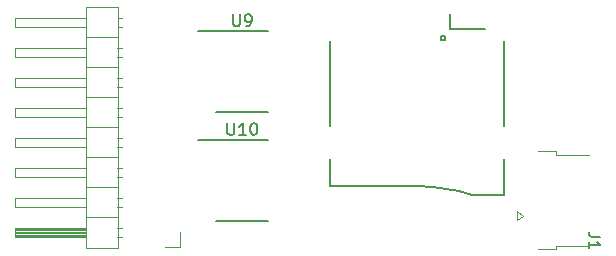
<source format=gbr>
G04 #@! TF.GenerationSoftware,KiCad,Pcbnew,5.1.5+dfsg1-2build2*
G04 #@! TF.CreationDate,2021-07-26T09:56:11+01:00*
G04 #@! TF.ProjectId,picopak,7069636f-7061-46b2-9e6b-696361645f70,rev?*
G04 #@! TF.SameCoordinates,Original*
G04 #@! TF.FileFunction,Legend,Top*
G04 #@! TF.FilePolarity,Positive*
%FSLAX46Y46*%
G04 Gerber Fmt 4.6, Leading zero omitted, Abs format (unit mm)*
G04 Created by KiCad (PCBNEW 5.1.5+dfsg1-2build2) date 2021-07-26 09:56:11*
%MOMM*%
%LPD*%
G04 APERTURE LIST*
%ADD10C,0.150000*%
%ADD11C,0.120000*%
G04 APERTURE END LIST*
D10*
X175850000Y-71350000D02*
X181825000Y-71350000D01*
X177375000Y-78250000D02*
X181825000Y-78250000D01*
X187050000Y-84500000D02*
X194400000Y-84500000D01*
X194400000Y-84500000D02*
X195750000Y-84550000D01*
X195750000Y-84550000D02*
X196900000Y-84700000D01*
X196900000Y-84700000D02*
X198000000Y-84900000D01*
X198000000Y-84900000D02*
X199050000Y-85200000D01*
X197200000Y-71200000D02*
X197200000Y-69900000D01*
X187050000Y-79400000D02*
X187050000Y-72200000D01*
X187050000Y-82200000D02*
X187050000Y-84500000D01*
X199050000Y-85200000D02*
X201750000Y-85200000D01*
X201750000Y-85200000D02*
X201750000Y-82200000D01*
X201750000Y-72200000D02*
X201750000Y-79400000D01*
X196750000Y-71800000D02*
X196450000Y-71800000D01*
X196450000Y-71800000D02*
X196450000Y-72100000D01*
X196450000Y-72100000D02*
X196750000Y-72100000D01*
X196750000Y-72100000D02*
X196750000Y-71800000D01*
X197200000Y-71200000D02*
X200200000Y-71200000D01*
D11*
X169070000Y-89730000D02*
X169070000Y-69290000D01*
X169070000Y-69290000D02*
X166410000Y-69290000D01*
X166410000Y-69290000D02*
X166410000Y-89730000D01*
X166410000Y-89730000D02*
X169070000Y-89730000D01*
X166410000Y-88780000D02*
X160410000Y-88780000D01*
X160410000Y-88780000D02*
X160410000Y-88020000D01*
X160410000Y-88020000D02*
X166410000Y-88020000D01*
X166410000Y-88720000D02*
X160410000Y-88720000D01*
X166410000Y-88600000D02*
X160410000Y-88600000D01*
X166410000Y-88480000D02*
X160410000Y-88480000D01*
X166410000Y-88360000D02*
X160410000Y-88360000D01*
X166410000Y-88240000D02*
X160410000Y-88240000D01*
X166410000Y-88120000D02*
X160410000Y-88120000D01*
X169467071Y-88780000D02*
X169070000Y-88780000D01*
X169467071Y-88020000D02*
X169070000Y-88020000D01*
X169080000Y-70240000D02*
X169467071Y-70240000D01*
X169080000Y-71000000D02*
X169467071Y-71000000D01*
X169070000Y-87130000D02*
X166410000Y-87130000D01*
X166410000Y-86240000D02*
X160410000Y-86240000D01*
X160410000Y-86240000D02*
X160410000Y-85480000D01*
X160410000Y-85480000D02*
X166410000Y-85480000D01*
X169467071Y-86240000D02*
X169070000Y-86240000D01*
X169467071Y-85480000D02*
X169070000Y-85480000D01*
X169012929Y-72780000D02*
X169467071Y-72780000D01*
X169012929Y-73540000D02*
X169467071Y-73540000D01*
X169070000Y-84590000D02*
X166410000Y-84590000D01*
X166410000Y-83700000D02*
X160410000Y-83700000D01*
X160410000Y-83700000D02*
X160410000Y-82940000D01*
X160410000Y-82940000D02*
X166410000Y-82940000D01*
X169467071Y-83700000D02*
X169070000Y-83700000D01*
X169467071Y-82940000D02*
X169070000Y-82940000D01*
X169012929Y-75320000D02*
X169467071Y-75320000D01*
X169012929Y-76080000D02*
X169467071Y-76080000D01*
X169070000Y-82050000D02*
X166410000Y-82050000D01*
X166410000Y-81160000D02*
X160410000Y-81160000D01*
X160410000Y-81160000D02*
X160410000Y-80400000D01*
X160410000Y-80400000D02*
X166410000Y-80400000D01*
X169467071Y-81160000D02*
X169070000Y-81160000D01*
X169467071Y-80400000D02*
X169070000Y-80400000D01*
X169012929Y-77860000D02*
X169467071Y-77860000D01*
X169012929Y-78620000D02*
X169467071Y-78620000D01*
X169070000Y-79510000D02*
X166410000Y-79510000D01*
X166410000Y-78620000D02*
X160410000Y-78620000D01*
X160410000Y-78620000D02*
X160410000Y-77860000D01*
X160410000Y-77860000D02*
X166410000Y-77860000D01*
X169467071Y-78620000D02*
X169070000Y-78620000D01*
X169467071Y-77860000D02*
X169070000Y-77860000D01*
X169012929Y-80400000D02*
X169467071Y-80400000D01*
X169012929Y-81160000D02*
X169467071Y-81160000D01*
X169070000Y-76970000D02*
X166410000Y-76970000D01*
X166410000Y-76080000D02*
X160410000Y-76080000D01*
X160410000Y-76080000D02*
X160410000Y-75320000D01*
X160410000Y-75320000D02*
X166410000Y-75320000D01*
X169467071Y-76080000D02*
X169070000Y-76080000D01*
X169467071Y-75320000D02*
X169070000Y-75320000D01*
X169012929Y-82940000D02*
X169467071Y-82940000D01*
X169012929Y-83700000D02*
X169467071Y-83700000D01*
X169070000Y-74430000D02*
X166410000Y-74430000D01*
X166410000Y-73540000D02*
X160410000Y-73540000D01*
X160410000Y-73540000D02*
X160410000Y-72780000D01*
X160410000Y-72780000D02*
X166410000Y-72780000D01*
X169467071Y-73540000D02*
X169070000Y-73540000D01*
X169467071Y-72780000D02*
X169070000Y-72780000D01*
X169012929Y-85480000D02*
X169467071Y-85480000D01*
X169012929Y-86240000D02*
X169467071Y-86240000D01*
X169070000Y-71890000D02*
X166410000Y-71890000D01*
X166410000Y-71000000D02*
X160410000Y-71000000D01*
X160410000Y-71000000D02*
X160410000Y-70240000D01*
X160410000Y-70240000D02*
X166410000Y-70240000D01*
X169467071Y-71000000D02*
X169070000Y-71000000D01*
X169467071Y-70240000D02*
X169070000Y-70240000D01*
X169012929Y-88020000D02*
X169467071Y-88020000D01*
X169012929Y-88780000D02*
X169467071Y-88780000D01*
X174320000Y-88400000D02*
X174320000Y-89670000D01*
X174320000Y-89670000D02*
X173050000Y-89670000D01*
D10*
X175850000Y-80550000D02*
X181825000Y-80550000D01*
X177375000Y-87450000D02*
X181825000Y-87450000D01*
D11*
X206170000Y-89825000D02*
X204620000Y-89825000D01*
X206170000Y-89825000D02*
X206170000Y-89525000D01*
X208970000Y-89525000D02*
X206170000Y-89525000D01*
X206170000Y-81525000D02*
X204620000Y-81525000D01*
X206170000Y-81825000D02*
X206170000Y-81525000D01*
X208970000Y-81825000D02*
X206170000Y-81825000D01*
X202920000Y-86575000D02*
X203370000Y-86975000D01*
X202920000Y-87375000D02*
X202920000Y-86575000D01*
X203370000Y-86975000D02*
X202920000Y-87375000D01*
D10*
X178838095Y-69952380D02*
X178838095Y-70761904D01*
X178885714Y-70857142D01*
X178933333Y-70904761D01*
X179028571Y-70952380D01*
X179219047Y-70952380D01*
X179314285Y-70904761D01*
X179361904Y-70857142D01*
X179409523Y-70761904D01*
X179409523Y-69952380D01*
X179933333Y-70952380D02*
X180123809Y-70952380D01*
X180219047Y-70904761D01*
X180266666Y-70857142D01*
X180361904Y-70714285D01*
X180409523Y-70523809D01*
X180409523Y-70142857D01*
X180361904Y-70047619D01*
X180314285Y-70000000D01*
X180219047Y-69952380D01*
X180028571Y-69952380D01*
X179933333Y-70000000D01*
X179885714Y-70047619D01*
X179838095Y-70142857D01*
X179838095Y-70380952D01*
X179885714Y-70476190D01*
X179933333Y-70523809D01*
X180028571Y-70571428D01*
X180219047Y-70571428D01*
X180314285Y-70523809D01*
X180361904Y-70476190D01*
X180409523Y-70380952D01*
X178361904Y-79152380D02*
X178361904Y-79961904D01*
X178409523Y-80057142D01*
X178457142Y-80104761D01*
X178552380Y-80152380D01*
X178742857Y-80152380D01*
X178838095Y-80104761D01*
X178885714Y-80057142D01*
X178933333Y-79961904D01*
X178933333Y-79152380D01*
X179933333Y-80152380D02*
X179361904Y-80152380D01*
X179647619Y-80152380D02*
X179647619Y-79152380D01*
X179552380Y-79295238D01*
X179457142Y-79390476D01*
X179361904Y-79438095D01*
X180552380Y-79152380D02*
X180647619Y-79152380D01*
X180742857Y-79200000D01*
X180790476Y-79247619D01*
X180838095Y-79342857D01*
X180885714Y-79533333D01*
X180885714Y-79771428D01*
X180838095Y-79961904D01*
X180790476Y-80057142D01*
X180742857Y-80104761D01*
X180647619Y-80152380D01*
X180552380Y-80152380D01*
X180457142Y-80104761D01*
X180409523Y-80057142D01*
X180361904Y-79961904D01*
X180314285Y-79771428D01*
X180314285Y-79533333D01*
X180361904Y-79342857D01*
X180409523Y-79247619D01*
X180457142Y-79200000D01*
X180552380Y-79152380D01*
X209947619Y-88766666D02*
X209233333Y-88766666D01*
X209090476Y-88719047D01*
X208995238Y-88623809D01*
X208947619Y-88480952D01*
X208947619Y-88385714D01*
X208947619Y-89766666D02*
X208947619Y-89195238D01*
X208947619Y-89480952D02*
X209947619Y-89480952D01*
X209804761Y-89385714D01*
X209709523Y-89290476D01*
X209661904Y-89195238D01*
M02*

</source>
